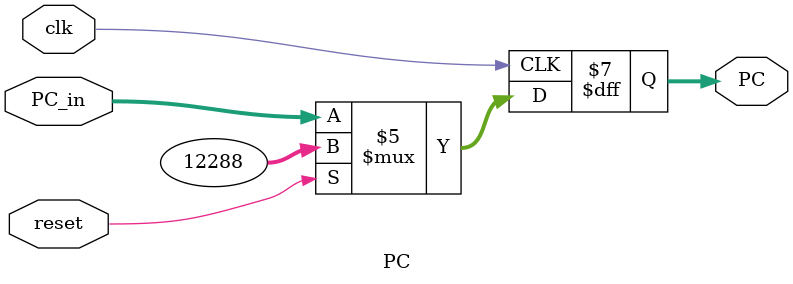
<source format=v>
`timescale 1ns / 1ps
`define PC_DEFAULT	32'h0000_3000

module PC(
    input clk,
    input reset,
    input [31:0] PC_in,
    output reg [31:0] PC
    );
	 initial begin
		PC = `PC_DEFAULT;
	 end
	 
	 always @(posedge clk) begin
		if (reset == 1) begin
			PC <= `PC_DEFAULT;
		end
		else begin	
			PC <= PC_in;
		end
	end
endmodule

</source>
